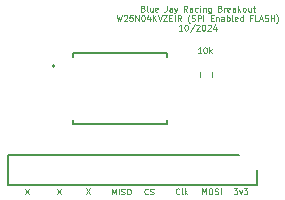
<source format=gbr>
%TF.GenerationSoftware,KiCad,Pcbnew,7.0.8*%
%TF.CreationDate,2024-10-01T11:28:58-04:00*%
%TF.ProjectId,SPIBreakout,53504942-7265-4616-9b6f-75742e6b6963,rev?*%
%TF.SameCoordinates,Original*%
%TF.FileFunction,Legend,Top*%
%TF.FilePolarity,Positive*%
%FSLAX46Y46*%
G04 Gerber Fmt 4.6, Leading zero omitted, Abs format (unit mm)*
G04 Created by KiCad (PCBNEW 7.0.8) date 2024-10-01 11:28:58*
%MOMM*%
%LPD*%
G01*
G04 APERTURE LIST*
%ADD10C,0.125000*%
%ADD11C,0.200000*%
%ADD12C,0.127000*%
%ADD13C,0.120000*%
G04 APERTURE END LIST*
D10*
X120050954Y-53997904D02*
X120122382Y-54021714D01*
X120122382Y-54021714D02*
X120146192Y-54045523D01*
X120146192Y-54045523D02*
X120170001Y-54093142D01*
X120170001Y-54093142D02*
X120170001Y-54164571D01*
X120170001Y-54164571D02*
X120146192Y-54212190D01*
X120146192Y-54212190D02*
X120122382Y-54236000D01*
X120122382Y-54236000D02*
X120074763Y-54259809D01*
X120074763Y-54259809D02*
X119884287Y-54259809D01*
X119884287Y-54259809D02*
X119884287Y-53759809D01*
X119884287Y-53759809D02*
X120050954Y-53759809D01*
X120050954Y-53759809D02*
X120098573Y-53783619D01*
X120098573Y-53783619D02*
X120122382Y-53807428D01*
X120122382Y-53807428D02*
X120146192Y-53855047D01*
X120146192Y-53855047D02*
X120146192Y-53902666D01*
X120146192Y-53902666D02*
X120122382Y-53950285D01*
X120122382Y-53950285D02*
X120098573Y-53974095D01*
X120098573Y-53974095D02*
X120050954Y-53997904D01*
X120050954Y-53997904D02*
X119884287Y-53997904D01*
X120455716Y-54259809D02*
X120408097Y-54236000D01*
X120408097Y-54236000D02*
X120384287Y-54188380D01*
X120384287Y-54188380D02*
X120384287Y-53759809D01*
X120860478Y-53926476D02*
X120860478Y-54259809D01*
X120646192Y-53926476D02*
X120646192Y-54188380D01*
X120646192Y-54188380D02*
X120670002Y-54236000D01*
X120670002Y-54236000D02*
X120717621Y-54259809D01*
X120717621Y-54259809D02*
X120789049Y-54259809D01*
X120789049Y-54259809D02*
X120836668Y-54236000D01*
X120836668Y-54236000D02*
X120860478Y-54212190D01*
X121289049Y-54236000D02*
X121241430Y-54259809D01*
X121241430Y-54259809D02*
X121146192Y-54259809D01*
X121146192Y-54259809D02*
X121098573Y-54236000D01*
X121098573Y-54236000D02*
X121074764Y-54188380D01*
X121074764Y-54188380D02*
X121074764Y-53997904D01*
X121074764Y-53997904D02*
X121098573Y-53950285D01*
X121098573Y-53950285D02*
X121146192Y-53926476D01*
X121146192Y-53926476D02*
X121241430Y-53926476D01*
X121241430Y-53926476D02*
X121289049Y-53950285D01*
X121289049Y-53950285D02*
X121312859Y-53997904D01*
X121312859Y-53997904D02*
X121312859Y-54045523D01*
X121312859Y-54045523D02*
X121074764Y-54093142D01*
X122050953Y-53759809D02*
X122050953Y-54116952D01*
X122050953Y-54116952D02*
X122027144Y-54188380D01*
X122027144Y-54188380D02*
X121979525Y-54236000D01*
X121979525Y-54236000D02*
X121908096Y-54259809D01*
X121908096Y-54259809D02*
X121860477Y-54259809D01*
X122503334Y-54259809D02*
X122503334Y-53997904D01*
X122503334Y-53997904D02*
X122479524Y-53950285D01*
X122479524Y-53950285D02*
X122431905Y-53926476D01*
X122431905Y-53926476D02*
X122336667Y-53926476D01*
X122336667Y-53926476D02*
X122289048Y-53950285D01*
X122503334Y-54236000D02*
X122455715Y-54259809D01*
X122455715Y-54259809D02*
X122336667Y-54259809D01*
X122336667Y-54259809D02*
X122289048Y-54236000D01*
X122289048Y-54236000D02*
X122265239Y-54188380D01*
X122265239Y-54188380D02*
X122265239Y-54140761D01*
X122265239Y-54140761D02*
X122289048Y-54093142D01*
X122289048Y-54093142D02*
X122336667Y-54069333D01*
X122336667Y-54069333D02*
X122455715Y-54069333D01*
X122455715Y-54069333D02*
X122503334Y-54045523D01*
X122693810Y-53926476D02*
X122812858Y-54259809D01*
X122931905Y-53926476D02*
X122812858Y-54259809D01*
X122812858Y-54259809D02*
X122765239Y-54378857D01*
X122765239Y-54378857D02*
X122741429Y-54402666D01*
X122741429Y-54402666D02*
X122693810Y-54426476D01*
X123789047Y-54259809D02*
X123622381Y-54021714D01*
X123503333Y-54259809D02*
X123503333Y-53759809D01*
X123503333Y-53759809D02*
X123693809Y-53759809D01*
X123693809Y-53759809D02*
X123741428Y-53783619D01*
X123741428Y-53783619D02*
X123765238Y-53807428D01*
X123765238Y-53807428D02*
X123789047Y-53855047D01*
X123789047Y-53855047D02*
X123789047Y-53926476D01*
X123789047Y-53926476D02*
X123765238Y-53974095D01*
X123765238Y-53974095D02*
X123741428Y-53997904D01*
X123741428Y-53997904D02*
X123693809Y-54021714D01*
X123693809Y-54021714D02*
X123503333Y-54021714D01*
X124217619Y-54259809D02*
X124217619Y-53997904D01*
X124217619Y-53997904D02*
X124193809Y-53950285D01*
X124193809Y-53950285D02*
X124146190Y-53926476D01*
X124146190Y-53926476D02*
X124050952Y-53926476D01*
X124050952Y-53926476D02*
X124003333Y-53950285D01*
X124217619Y-54236000D02*
X124170000Y-54259809D01*
X124170000Y-54259809D02*
X124050952Y-54259809D01*
X124050952Y-54259809D02*
X124003333Y-54236000D01*
X124003333Y-54236000D02*
X123979524Y-54188380D01*
X123979524Y-54188380D02*
X123979524Y-54140761D01*
X123979524Y-54140761D02*
X124003333Y-54093142D01*
X124003333Y-54093142D02*
X124050952Y-54069333D01*
X124050952Y-54069333D02*
X124170000Y-54069333D01*
X124170000Y-54069333D02*
X124217619Y-54045523D01*
X124670000Y-54236000D02*
X124622381Y-54259809D01*
X124622381Y-54259809D02*
X124527143Y-54259809D01*
X124527143Y-54259809D02*
X124479524Y-54236000D01*
X124479524Y-54236000D02*
X124455714Y-54212190D01*
X124455714Y-54212190D02*
X124431905Y-54164571D01*
X124431905Y-54164571D02*
X124431905Y-54021714D01*
X124431905Y-54021714D02*
X124455714Y-53974095D01*
X124455714Y-53974095D02*
X124479524Y-53950285D01*
X124479524Y-53950285D02*
X124527143Y-53926476D01*
X124527143Y-53926476D02*
X124622381Y-53926476D01*
X124622381Y-53926476D02*
X124670000Y-53950285D01*
X124884285Y-54259809D02*
X124884285Y-53926476D01*
X124884285Y-53759809D02*
X124860476Y-53783619D01*
X124860476Y-53783619D02*
X124884285Y-53807428D01*
X124884285Y-53807428D02*
X124908095Y-53783619D01*
X124908095Y-53783619D02*
X124884285Y-53759809D01*
X124884285Y-53759809D02*
X124884285Y-53807428D01*
X125122380Y-53926476D02*
X125122380Y-54259809D01*
X125122380Y-53974095D02*
X125146190Y-53950285D01*
X125146190Y-53950285D02*
X125193809Y-53926476D01*
X125193809Y-53926476D02*
X125265237Y-53926476D01*
X125265237Y-53926476D02*
X125312856Y-53950285D01*
X125312856Y-53950285D02*
X125336666Y-53997904D01*
X125336666Y-53997904D02*
X125336666Y-54259809D01*
X125789047Y-53926476D02*
X125789047Y-54331238D01*
X125789047Y-54331238D02*
X125765237Y-54378857D01*
X125765237Y-54378857D02*
X125741428Y-54402666D01*
X125741428Y-54402666D02*
X125693809Y-54426476D01*
X125693809Y-54426476D02*
X125622380Y-54426476D01*
X125622380Y-54426476D02*
X125574761Y-54402666D01*
X125789047Y-54236000D02*
X125741428Y-54259809D01*
X125741428Y-54259809D02*
X125646190Y-54259809D01*
X125646190Y-54259809D02*
X125598571Y-54236000D01*
X125598571Y-54236000D02*
X125574761Y-54212190D01*
X125574761Y-54212190D02*
X125550952Y-54164571D01*
X125550952Y-54164571D02*
X125550952Y-54021714D01*
X125550952Y-54021714D02*
X125574761Y-53974095D01*
X125574761Y-53974095D02*
X125598571Y-53950285D01*
X125598571Y-53950285D02*
X125646190Y-53926476D01*
X125646190Y-53926476D02*
X125741428Y-53926476D01*
X125741428Y-53926476D02*
X125789047Y-53950285D01*
X126574761Y-53997904D02*
X126646189Y-54021714D01*
X126646189Y-54021714D02*
X126669999Y-54045523D01*
X126669999Y-54045523D02*
X126693808Y-54093142D01*
X126693808Y-54093142D02*
X126693808Y-54164571D01*
X126693808Y-54164571D02*
X126669999Y-54212190D01*
X126669999Y-54212190D02*
X126646189Y-54236000D01*
X126646189Y-54236000D02*
X126598570Y-54259809D01*
X126598570Y-54259809D02*
X126408094Y-54259809D01*
X126408094Y-54259809D02*
X126408094Y-53759809D01*
X126408094Y-53759809D02*
X126574761Y-53759809D01*
X126574761Y-53759809D02*
X126622380Y-53783619D01*
X126622380Y-53783619D02*
X126646189Y-53807428D01*
X126646189Y-53807428D02*
X126669999Y-53855047D01*
X126669999Y-53855047D02*
X126669999Y-53902666D01*
X126669999Y-53902666D02*
X126646189Y-53950285D01*
X126646189Y-53950285D02*
X126622380Y-53974095D01*
X126622380Y-53974095D02*
X126574761Y-53997904D01*
X126574761Y-53997904D02*
X126408094Y-53997904D01*
X126908094Y-54259809D02*
X126908094Y-53926476D01*
X126908094Y-54021714D02*
X126931904Y-53974095D01*
X126931904Y-53974095D02*
X126955713Y-53950285D01*
X126955713Y-53950285D02*
X127003332Y-53926476D01*
X127003332Y-53926476D02*
X127050951Y-53926476D01*
X127408094Y-54236000D02*
X127360475Y-54259809D01*
X127360475Y-54259809D02*
X127265237Y-54259809D01*
X127265237Y-54259809D02*
X127217618Y-54236000D01*
X127217618Y-54236000D02*
X127193809Y-54188380D01*
X127193809Y-54188380D02*
X127193809Y-53997904D01*
X127193809Y-53997904D02*
X127217618Y-53950285D01*
X127217618Y-53950285D02*
X127265237Y-53926476D01*
X127265237Y-53926476D02*
X127360475Y-53926476D01*
X127360475Y-53926476D02*
X127408094Y-53950285D01*
X127408094Y-53950285D02*
X127431904Y-53997904D01*
X127431904Y-53997904D02*
X127431904Y-54045523D01*
X127431904Y-54045523D02*
X127193809Y-54093142D01*
X127860475Y-54259809D02*
X127860475Y-53997904D01*
X127860475Y-53997904D02*
X127836665Y-53950285D01*
X127836665Y-53950285D02*
X127789046Y-53926476D01*
X127789046Y-53926476D02*
X127693808Y-53926476D01*
X127693808Y-53926476D02*
X127646189Y-53950285D01*
X127860475Y-54236000D02*
X127812856Y-54259809D01*
X127812856Y-54259809D02*
X127693808Y-54259809D01*
X127693808Y-54259809D02*
X127646189Y-54236000D01*
X127646189Y-54236000D02*
X127622380Y-54188380D01*
X127622380Y-54188380D02*
X127622380Y-54140761D01*
X127622380Y-54140761D02*
X127646189Y-54093142D01*
X127646189Y-54093142D02*
X127693808Y-54069333D01*
X127693808Y-54069333D02*
X127812856Y-54069333D01*
X127812856Y-54069333D02*
X127860475Y-54045523D01*
X128098570Y-54259809D02*
X128098570Y-53759809D01*
X128146189Y-54069333D02*
X128289046Y-54259809D01*
X128289046Y-53926476D02*
X128098570Y-54116952D01*
X128574761Y-54259809D02*
X128527142Y-54236000D01*
X128527142Y-54236000D02*
X128503332Y-54212190D01*
X128503332Y-54212190D02*
X128479523Y-54164571D01*
X128479523Y-54164571D02*
X128479523Y-54021714D01*
X128479523Y-54021714D02*
X128503332Y-53974095D01*
X128503332Y-53974095D02*
X128527142Y-53950285D01*
X128527142Y-53950285D02*
X128574761Y-53926476D01*
X128574761Y-53926476D02*
X128646189Y-53926476D01*
X128646189Y-53926476D02*
X128693808Y-53950285D01*
X128693808Y-53950285D02*
X128717618Y-53974095D01*
X128717618Y-53974095D02*
X128741427Y-54021714D01*
X128741427Y-54021714D02*
X128741427Y-54164571D01*
X128741427Y-54164571D02*
X128717618Y-54212190D01*
X128717618Y-54212190D02*
X128693808Y-54236000D01*
X128693808Y-54236000D02*
X128646189Y-54259809D01*
X128646189Y-54259809D02*
X128574761Y-54259809D01*
X129169999Y-53926476D02*
X129169999Y-54259809D01*
X128955713Y-53926476D02*
X128955713Y-54188380D01*
X128955713Y-54188380D02*
X128979523Y-54236000D01*
X128979523Y-54236000D02*
X129027142Y-54259809D01*
X129027142Y-54259809D02*
X129098570Y-54259809D01*
X129098570Y-54259809D02*
X129146189Y-54236000D01*
X129146189Y-54236000D02*
X129169999Y-54212190D01*
X129336666Y-53926476D02*
X129527142Y-53926476D01*
X129408094Y-53759809D02*
X129408094Y-54188380D01*
X129408094Y-54188380D02*
X129431904Y-54236000D01*
X129431904Y-54236000D02*
X129479523Y-54259809D01*
X129479523Y-54259809D02*
X129527142Y-54259809D01*
X117824764Y-54564809D02*
X117943812Y-55064809D01*
X117943812Y-55064809D02*
X118039050Y-54707666D01*
X118039050Y-54707666D02*
X118134288Y-55064809D01*
X118134288Y-55064809D02*
X118253336Y-54564809D01*
X118420003Y-54612428D02*
X118443812Y-54588619D01*
X118443812Y-54588619D02*
X118491431Y-54564809D01*
X118491431Y-54564809D02*
X118610479Y-54564809D01*
X118610479Y-54564809D02*
X118658098Y-54588619D01*
X118658098Y-54588619D02*
X118681907Y-54612428D01*
X118681907Y-54612428D02*
X118705717Y-54660047D01*
X118705717Y-54660047D02*
X118705717Y-54707666D01*
X118705717Y-54707666D02*
X118681907Y-54779095D01*
X118681907Y-54779095D02*
X118396193Y-55064809D01*
X118396193Y-55064809D02*
X118705717Y-55064809D01*
X119158097Y-54564809D02*
X118920002Y-54564809D01*
X118920002Y-54564809D02*
X118896193Y-54802904D01*
X118896193Y-54802904D02*
X118920002Y-54779095D01*
X118920002Y-54779095D02*
X118967621Y-54755285D01*
X118967621Y-54755285D02*
X119086669Y-54755285D01*
X119086669Y-54755285D02*
X119134288Y-54779095D01*
X119134288Y-54779095D02*
X119158097Y-54802904D01*
X119158097Y-54802904D02*
X119181907Y-54850523D01*
X119181907Y-54850523D02*
X119181907Y-54969571D01*
X119181907Y-54969571D02*
X119158097Y-55017190D01*
X119158097Y-55017190D02*
X119134288Y-55041000D01*
X119134288Y-55041000D02*
X119086669Y-55064809D01*
X119086669Y-55064809D02*
X118967621Y-55064809D01*
X118967621Y-55064809D02*
X118920002Y-55041000D01*
X118920002Y-55041000D02*
X118896193Y-55017190D01*
X119396192Y-55064809D02*
X119396192Y-54564809D01*
X119396192Y-54564809D02*
X119681906Y-55064809D01*
X119681906Y-55064809D02*
X119681906Y-54564809D01*
X120015240Y-54564809D02*
X120062859Y-54564809D01*
X120062859Y-54564809D02*
X120110478Y-54588619D01*
X120110478Y-54588619D02*
X120134288Y-54612428D01*
X120134288Y-54612428D02*
X120158097Y-54660047D01*
X120158097Y-54660047D02*
X120181907Y-54755285D01*
X120181907Y-54755285D02*
X120181907Y-54874333D01*
X120181907Y-54874333D02*
X120158097Y-54969571D01*
X120158097Y-54969571D02*
X120134288Y-55017190D01*
X120134288Y-55017190D02*
X120110478Y-55041000D01*
X120110478Y-55041000D02*
X120062859Y-55064809D01*
X120062859Y-55064809D02*
X120015240Y-55064809D01*
X120015240Y-55064809D02*
X119967621Y-55041000D01*
X119967621Y-55041000D02*
X119943812Y-55017190D01*
X119943812Y-55017190D02*
X119920002Y-54969571D01*
X119920002Y-54969571D02*
X119896193Y-54874333D01*
X119896193Y-54874333D02*
X119896193Y-54755285D01*
X119896193Y-54755285D02*
X119920002Y-54660047D01*
X119920002Y-54660047D02*
X119943812Y-54612428D01*
X119943812Y-54612428D02*
X119967621Y-54588619D01*
X119967621Y-54588619D02*
X120015240Y-54564809D01*
X120610478Y-54731476D02*
X120610478Y-55064809D01*
X120491430Y-54541000D02*
X120372383Y-54898142D01*
X120372383Y-54898142D02*
X120681906Y-54898142D01*
X120872382Y-55064809D02*
X120872382Y-54564809D01*
X121158096Y-55064809D02*
X120943811Y-54779095D01*
X121158096Y-54564809D02*
X120872382Y-54850523D01*
X121300954Y-54564809D02*
X121467620Y-55064809D01*
X121467620Y-55064809D02*
X121634287Y-54564809D01*
X121753334Y-54564809D02*
X122086667Y-54564809D01*
X122086667Y-54564809D02*
X121753334Y-55064809D01*
X121753334Y-55064809D02*
X122086667Y-55064809D01*
X122277143Y-54802904D02*
X122443810Y-54802904D01*
X122515238Y-55064809D02*
X122277143Y-55064809D01*
X122277143Y-55064809D02*
X122277143Y-54564809D01*
X122277143Y-54564809D02*
X122515238Y-54564809D01*
X122729524Y-55064809D02*
X122729524Y-54564809D01*
X123253333Y-55064809D02*
X123086667Y-54826714D01*
X122967619Y-55064809D02*
X122967619Y-54564809D01*
X122967619Y-54564809D02*
X123158095Y-54564809D01*
X123158095Y-54564809D02*
X123205714Y-54588619D01*
X123205714Y-54588619D02*
X123229524Y-54612428D01*
X123229524Y-54612428D02*
X123253333Y-54660047D01*
X123253333Y-54660047D02*
X123253333Y-54731476D01*
X123253333Y-54731476D02*
X123229524Y-54779095D01*
X123229524Y-54779095D02*
X123205714Y-54802904D01*
X123205714Y-54802904D02*
X123158095Y-54826714D01*
X123158095Y-54826714D02*
X122967619Y-54826714D01*
X123991428Y-55255285D02*
X123967619Y-55231476D01*
X123967619Y-55231476D02*
X123920000Y-55160047D01*
X123920000Y-55160047D02*
X123896190Y-55112428D01*
X123896190Y-55112428D02*
X123872381Y-55041000D01*
X123872381Y-55041000D02*
X123848571Y-54921952D01*
X123848571Y-54921952D02*
X123848571Y-54826714D01*
X123848571Y-54826714D02*
X123872381Y-54707666D01*
X123872381Y-54707666D02*
X123896190Y-54636238D01*
X123896190Y-54636238D02*
X123920000Y-54588619D01*
X123920000Y-54588619D02*
X123967619Y-54517190D01*
X123967619Y-54517190D02*
X123991428Y-54493380D01*
X124158095Y-55041000D02*
X124229523Y-55064809D01*
X124229523Y-55064809D02*
X124348571Y-55064809D01*
X124348571Y-55064809D02*
X124396190Y-55041000D01*
X124396190Y-55041000D02*
X124419999Y-55017190D01*
X124419999Y-55017190D02*
X124443809Y-54969571D01*
X124443809Y-54969571D02*
X124443809Y-54921952D01*
X124443809Y-54921952D02*
X124419999Y-54874333D01*
X124419999Y-54874333D02*
X124396190Y-54850523D01*
X124396190Y-54850523D02*
X124348571Y-54826714D01*
X124348571Y-54826714D02*
X124253333Y-54802904D01*
X124253333Y-54802904D02*
X124205714Y-54779095D01*
X124205714Y-54779095D02*
X124181904Y-54755285D01*
X124181904Y-54755285D02*
X124158095Y-54707666D01*
X124158095Y-54707666D02*
X124158095Y-54660047D01*
X124158095Y-54660047D02*
X124181904Y-54612428D01*
X124181904Y-54612428D02*
X124205714Y-54588619D01*
X124205714Y-54588619D02*
X124253333Y-54564809D01*
X124253333Y-54564809D02*
X124372380Y-54564809D01*
X124372380Y-54564809D02*
X124443809Y-54588619D01*
X124658094Y-55064809D02*
X124658094Y-54564809D01*
X124658094Y-54564809D02*
X124848570Y-54564809D01*
X124848570Y-54564809D02*
X124896189Y-54588619D01*
X124896189Y-54588619D02*
X124919999Y-54612428D01*
X124919999Y-54612428D02*
X124943808Y-54660047D01*
X124943808Y-54660047D02*
X124943808Y-54731476D01*
X124943808Y-54731476D02*
X124919999Y-54779095D01*
X124919999Y-54779095D02*
X124896189Y-54802904D01*
X124896189Y-54802904D02*
X124848570Y-54826714D01*
X124848570Y-54826714D02*
X124658094Y-54826714D01*
X125158094Y-55064809D02*
X125158094Y-54564809D01*
X125777141Y-54802904D02*
X125943808Y-54802904D01*
X126015236Y-55064809D02*
X125777141Y-55064809D01*
X125777141Y-55064809D02*
X125777141Y-54564809D01*
X125777141Y-54564809D02*
X126015236Y-54564809D01*
X126229522Y-54731476D02*
X126229522Y-55064809D01*
X126229522Y-54779095D02*
X126253332Y-54755285D01*
X126253332Y-54755285D02*
X126300951Y-54731476D01*
X126300951Y-54731476D02*
X126372379Y-54731476D01*
X126372379Y-54731476D02*
X126419998Y-54755285D01*
X126419998Y-54755285D02*
X126443808Y-54802904D01*
X126443808Y-54802904D02*
X126443808Y-55064809D01*
X126896189Y-55064809D02*
X126896189Y-54802904D01*
X126896189Y-54802904D02*
X126872379Y-54755285D01*
X126872379Y-54755285D02*
X126824760Y-54731476D01*
X126824760Y-54731476D02*
X126729522Y-54731476D01*
X126729522Y-54731476D02*
X126681903Y-54755285D01*
X126896189Y-55041000D02*
X126848570Y-55064809D01*
X126848570Y-55064809D02*
X126729522Y-55064809D01*
X126729522Y-55064809D02*
X126681903Y-55041000D01*
X126681903Y-55041000D02*
X126658094Y-54993380D01*
X126658094Y-54993380D02*
X126658094Y-54945761D01*
X126658094Y-54945761D02*
X126681903Y-54898142D01*
X126681903Y-54898142D02*
X126729522Y-54874333D01*
X126729522Y-54874333D02*
X126848570Y-54874333D01*
X126848570Y-54874333D02*
X126896189Y-54850523D01*
X127134284Y-55064809D02*
X127134284Y-54564809D01*
X127134284Y-54755285D02*
X127181903Y-54731476D01*
X127181903Y-54731476D02*
X127277141Y-54731476D01*
X127277141Y-54731476D02*
X127324760Y-54755285D01*
X127324760Y-54755285D02*
X127348570Y-54779095D01*
X127348570Y-54779095D02*
X127372379Y-54826714D01*
X127372379Y-54826714D02*
X127372379Y-54969571D01*
X127372379Y-54969571D02*
X127348570Y-55017190D01*
X127348570Y-55017190D02*
X127324760Y-55041000D01*
X127324760Y-55041000D02*
X127277141Y-55064809D01*
X127277141Y-55064809D02*
X127181903Y-55064809D01*
X127181903Y-55064809D02*
X127134284Y-55041000D01*
X127658094Y-55064809D02*
X127610475Y-55041000D01*
X127610475Y-55041000D02*
X127586665Y-54993380D01*
X127586665Y-54993380D02*
X127586665Y-54564809D01*
X128039046Y-55041000D02*
X127991427Y-55064809D01*
X127991427Y-55064809D02*
X127896189Y-55064809D01*
X127896189Y-55064809D02*
X127848570Y-55041000D01*
X127848570Y-55041000D02*
X127824761Y-54993380D01*
X127824761Y-54993380D02*
X127824761Y-54802904D01*
X127824761Y-54802904D02*
X127848570Y-54755285D01*
X127848570Y-54755285D02*
X127896189Y-54731476D01*
X127896189Y-54731476D02*
X127991427Y-54731476D01*
X127991427Y-54731476D02*
X128039046Y-54755285D01*
X128039046Y-54755285D02*
X128062856Y-54802904D01*
X128062856Y-54802904D02*
X128062856Y-54850523D01*
X128062856Y-54850523D02*
X127824761Y-54898142D01*
X128491427Y-55064809D02*
X128491427Y-54564809D01*
X128491427Y-55041000D02*
X128443808Y-55064809D01*
X128443808Y-55064809D02*
X128348570Y-55064809D01*
X128348570Y-55064809D02*
X128300951Y-55041000D01*
X128300951Y-55041000D02*
X128277141Y-55017190D01*
X128277141Y-55017190D02*
X128253332Y-54969571D01*
X128253332Y-54969571D02*
X128253332Y-54826714D01*
X128253332Y-54826714D02*
X128277141Y-54779095D01*
X128277141Y-54779095D02*
X128300951Y-54755285D01*
X128300951Y-54755285D02*
X128348570Y-54731476D01*
X128348570Y-54731476D02*
X128443808Y-54731476D01*
X128443808Y-54731476D02*
X128491427Y-54755285D01*
X129277141Y-54802904D02*
X129110474Y-54802904D01*
X129110474Y-55064809D02*
X129110474Y-54564809D01*
X129110474Y-54564809D02*
X129348569Y-54564809D01*
X129777140Y-55064809D02*
X129539045Y-55064809D01*
X129539045Y-55064809D02*
X129539045Y-54564809D01*
X129919998Y-54921952D02*
X130158093Y-54921952D01*
X129872379Y-55064809D02*
X130039045Y-54564809D01*
X130039045Y-54564809D02*
X130205712Y-55064809D01*
X130348569Y-55041000D02*
X130419997Y-55064809D01*
X130419997Y-55064809D02*
X130539045Y-55064809D01*
X130539045Y-55064809D02*
X130586664Y-55041000D01*
X130586664Y-55041000D02*
X130610473Y-55017190D01*
X130610473Y-55017190D02*
X130634283Y-54969571D01*
X130634283Y-54969571D02*
X130634283Y-54921952D01*
X130634283Y-54921952D02*
X130610473Y-54874333D01*
X130610473Y-54874333D02*
X130586664Y-54850523D01*
X130586664Y-54850523D02*
X130539045Y-54826714D01*
X130539045Y-54826714D02*
X130443807Y-54802904D01*
X130443807Y-54802904D02*
X130396188Y-54779095D01*
X130396188Y-54779095D02*
X130372378Y-54755285D01*
X130372378Y-54755285D02*
X130348569Y-54707666D01*
X130348569Y-54707666D02*
X130348569Y-54660047D01*
X130348569Y-54660047D02*
X130372378Y-54612428D01*
X130372378Y-54612428D02*
X130396188Y-54588619D01*
X130396188Y-54588619D02*
X130443807Y-54564809D01*
X130443807Y-54564809D02*
X130562854Y-54564809D01*
X130562854Y-54564809D02*
X130634283Y-54588619D01*
X130848568Y-55064809D02*
X130848568Y-54564809D01*
X130848568Y-54802904D02*
X131134282Y-54802904D01*
X131134282Y-55064809D02*
X131134282Y-54564809D01*
X131324759Y-55255285D02*
X131348569Y-55231476D01*
X131348569Y-55231476D02*
X131396188Y-55160047D01*
X131396188Y-55160047D02*
X131419997Y-55112428D01*
X131419997Y-55112428D02*
X131443807Y-55041000D01*
X131443807Y-55041000D02*
X131467616Y-54921952D01*
X131467616Y-54921952D02*
X131467616Y-54826714D01*
X131467616Y-54826714D02*
X131443807Y-54707666D01*
X131443807Y-54707666D02*
X131419997Y-54636238D01*
X131419997Y-54636238D02*
X131396188Y-54588619D01*
X131396188Y-54588619D02*
X131348569Y-54517190D01*
X131348569Y-54517190D02*
X131324759Y-54493380D01*
X123360477Y-55869809D02*
X123074763Y-55869809D01*
X123217620Y-55869809D02*
X123217620Y-55369809D01*
X123217620Y-55369809D02*
X123170001Y-55441238D01*
X123170001Y-55441238D02*
X123122382Y-55488857D01*
X123122382Y-55488857D02*
X123074763Y-55512666D01*
X123670000Y-55369809D02*
X123717619Y-55369809D01*
X123717619Y-55369809D02*
X123765238Y-55393619D01*
X123765238Y-55393619D02*
X123789048Y-55417428D01*
X123789048Y-55417428D02*
X123812857Y-55465047D01*
X123812857Y-55465047D02*
X123836667Y-55560285D01*
X123836667Y-55560285D02*
X123836667Y-55679333D01*
X123836667Y-55679333D02*
X123812857Y-55774571D01*
X123812857Y-55774571D02*
X123789048Y-55822190D01*
X123789048Y-55822190D02*
X123765238Y-55846000D01*
X123765238Y-55846000D02*
X123717619Y-55869809D01*
X123717619Y-55869809D02*
X123670000Y-55869809D01*
X123670000Y-55869809D02*
X123622381Y-55846000D01*
X123622381Y-55846000D02*
X123598572Y-55822190D01*
X123598572Y-55822190D02*
X123574762Y-55774571D01*
X123574762Y-55774571D02*
X123550953Y-55679333D01*
X123550953Y-55679333D02*
X123550953Y-55560285D01*
X123550953Y-55560285D02*
X123574762Y-55465047D01*
X123574762Y-55465047D02*
X123598572Y-55417428D01*
X123598572Y-55417428D02*
X123622381Y-55393619D01*
X123622381Y-55393619D02*
X123670000Y-55369809D01*
X124408095Y-55346000D02*
X123979524Y-55988857D01*
X124550953Y-55417428D02*
X124574762Y-55393619D01*
X124574762Y-55393619D02*
X124622381Y-55369809D01*
X124622381Y-55369809D02*
X124741429Y-55369809D01*
X124741429Y-55369809D02*
X124789048Y-55393619D01*
X124789048Y-55393619D02*
X124812857Y-55417428D01*
X124812857Y-55417428D02*
X124836667Y-55465047D01*
X124836667Y-55465047D02*
X124836667Y-55512666D01*
X124836667Y-55512666D02*
X124812857Y-55584095D01*
X124812857Y-55584095D02*
X124527143Y-55869809D01*
X124527143Y-55869809D02*
X124836667Y-55869809D01*
X125146190Y-55369809D02*
X125193809Y-55369809D01*
X125193809Y-55369809D02*
X125241428Y-55393619D01*
X125241428Y-55393619D02*
X125265238Y-55417428D01*
X125265238Y-55417428D02*
X125289047Y-55465047D01*
X125289047Y-55465047D02*
X125312857Y-55560285D01*
X125312857Y-55560285D02*
X125312857Y-55679333D01*
X125312857Y-55679333D02*
X125289047Y-55774571D01*
X125289047Y-55774571D02*
X125265238Y-55822190D01*
X125265238Y-55822190D02*
X125241428Y-55846000D01*
X125241428Y-55846000D02*
X125193809Y-55869809D01*
X125193809Y-55869809D02*
X125146190Y-55869809D01*
X125146190Y-55869809D02*
X125098571Y-55846000D01*
X125098571Y-55846000D02*
X125074762Y-55822190D01*
X125074762Y-55822190D02*
X125050952Y-55774571D01*
X125050952Y-55774571D02*
X125027143Y-55679333D01*
X125027143Y-55679333D02*
X125027143Y-55560285D01*
X125027143Y-55560285D02*
X125050952Y-55465047D01*
X125050952Y-55465047D02*
X125074762Y-55417428D01*
X125074762Y-55417428D02*
X125098571Y-55393619D01*
X125098571Y-55393619D02*
X125146190Y-55369809D01*
X125503333Y-55417428D02*
X125527142Y-55393619D01*
X125527142Y-55393619D02*
X125574761Y-55369809D01*
X125574761Y-55369809D02*
X125693809Y-55369809D01*
X125693809Y-55369809D02*
X125741428Y-55393619D01*
X125741428Y-55393619D02*
X125765237Y-55417428D01*
X125765237Y-55417428D02*
X125789047Y-55465047D01*
X125789047Y-55465047D02*
X125789047Y-55512666D01*
X125789047Y-55512666D02*
X125765237Y-55584095D01*
X125765237Y-55584095D02*
X125479523Y-55869809D01*
X125479523Y-55869809D02*
X125789047Y-55869809D01*
X126217618Y-55536476D02*
X126217618Y-55869809D01*
X126098570Y-55346000D02*
X125979523Y-55703142D01*
X125979523Y-55703142D02*
X126289046Y-55703142D01*
X110073664Y-69252309D02*
X110406997Y-69752309D01*
X110406997Y-69252309D02*
X110073664Y-69752309D01*
X112763664Y-69252309D02*
X113096997Y-69752309D01*
X113096997Y-69252309D02*
X112763664Y-69752309D01*
X115213664Y-69222309D02*
X115546997Y-69722309D01*
X115546997Y-69222309D02*
X115213664Y-69722309D01*
X117411283Y-69752309D02*
X117411283Y-69252309D01*
X117411283Y-69252309D02*
X117577950Y-69609452D01*
X117577950Y-69609452D02*
X117744616Y-69252309D01*
X117744616Y-69252309D02*
X117744616Y-69752309D01*
X117982712Y-69752309D02*
X117982712Y-69252309D01*
X118196998Y-69728500D02*
X118268426Y-69752309D01*
X118268426Y-69752309D02*
X118387474Y-69752309D01*
X118387474Y-69752309D02*
X118435093Y-69728500D01*
X118435093Y-69728500D02*
X118458902Y-69704690D01*
X118458902Y-69704690D02*
X118482712Y-69657071D01*
X118482712Y-69657071D02*
X118482712Y-69609452D01*
X118482712Y-69609452D02*
X118458902Y-69561833D01*
X118458902Y-69561833D02*
X118435093Y-69538023D01*
X118435093Y-69538023D02*
X118387474Y-69514214D01*
X118387474Y-69514214D02*
X118292236Y-69490404D01*
X118292236Y-69490404D02*
X118244617Y-69466595D01*
X118244617Y-69466595D02*
X118220807Y-69442785D01*
X118220807Y-69442785D02*
X118196998Y-69395166D01*
X118196998Y-69395166D02*
X118196998Y-69347547D01*
X118196998Y-69347547D02*
X118220807Y-69299928D01*
X118220807Y-69299928D02*
X118244617Y-69276119D01*
X118244617Y-69276119D02*
X118292236Y-69252309D01*
X118292236Y-69252309D02*
X118411283Y-69252309D01*
X118411283Y-69252309D02*
X118482712Y-69276119D01*
X118792235Y-69252309D02*
X118887473Y-69252309D01*
X118887473Y-69252309D02*
X118935092Y-69276119D01*
X118935092Y-69276119D02*
X118982711Y-69323738D01*
X118982711Y-69323738D02*
X119006521Y-69418976D01*
X119006521Y-69418976D02*
X119006521Y-69585642D01*
X119006521Y-69585642D02*
X118982711Y-69680880D01*
X118982711Y-69680880D02*
X118935092Y-69728500D01*
X118935092Y-69728500D02*
X118887473Y-69752309D01*
X118887473Y-69752309D02*
X118792235Y-69752309D01*
X118792235Y-69752309D02*
X118744616Y-69728500D01*
X118744616Y-69728500D02*
X118696997Y-69680880D01*
X118696997Y-69680880D02*
X118673188Y-69585642D01*
X118673188Y-69585642D02*
X118673188Y-69418976D01*
X118673188Y-69418976D02*
X118696997Y-69323738D01*
X118696997Y-69323738D02*
X118744616Y-69276119D01*
X118744616Y-69276119D02*
X118792235Y-69252309D01*
X120456997Y-69704690D02*
X120433188Y-69728500D01*
X120433188Y-69728500D02*
X120361759Y-69752309D01*
X120361759Y-69752309D02*
X120314140Y-69752309D01*
X120314140Y-69752309D02*
X120242712Y-69728500D01*
X120242712Y-69728500D02*
X120195093Y-69680880D01*
X120195093Y-69680880D02*
X120171283Y-69633261D01*
X120171283Y-69633261D02*
X120147474Y-69538023D01*
X120147474Y-69538023D02*
X120147474Y-69466595D01*
X120147474Y-69466595D02*
X120171283Y-69371357D01*
X120171283Y-69371357D02*
X120195093Y-69323738D01*
X120195093Y-69323738D02*
X120242712Y-69276119D01*
X120242712Y-69276119D02*
X120314140Y-69252309D01*
X120314140Y-69252309D02*
X120361759Y-69252309D01*
X120361759Y-69252309D02*
X120433188Y-69276119D01*
X120433188Y-69276119D02*
X120456997Y-69299928D01*
X120647474Y-69728500D02*
X120718902Y-69752309D01*
X120718902Y-69752309D02*
X120837950Y-69752309D01*
X120837950Y-69752309D02*
X120885569Y-69728500D01*
X120885569Y-69728500D02*
X120909378Y-69704690D01*
X120909378Y-69704690D02*
X120933188Y-69657071D01*
X120933188Y-69657071D02*
X120933188Y-69609452D01*
X120933188Y-69609452D02*
X120909378Y-69561833D01*
X120909378Y-69561833D02*
X120885569Y-69538023D01*
X120885569Y-69538023D02*
X120837950Y-69514214D01*
X120837950Y-69514214D02*
X120742712Y-69490404D01*
X120742712Y-69490404D02*
X120695093Y-69466595D01*
X120695093Y-69466595D02*
X120671283Y-69442785D01*
X120671283Y-69442785D02*
X120647474Y-69395166D01*
X120647474Y-69395166D02*
X120647474Y-69347547D01*
X120647474Y-69347547D02*
X120671283Y-69299928D01*
X120671283Y-69299928D02*
X120695093Y-69276119D01*
X120695093Y-69276119D02*
X120742712Y-69252309D01*
X120742712Y-69252309D02*
X120861759Y-69252309D01*
X120861759Y-69252309D02*
X120933188Y-69276119D01*
X123106997Y-69674690D02*
X123083188Y-69698500D01*
X123083188Y-69698500D02*
X123011759Y-69722309D01*
X123011759Y-69722309D02*
X122964140Y-69722309D01*
X122964140Y-69722309D02*
X122892712Y-69698500D01*
X122892712Y-69698500D02*
X122845093Y-69650880D01*
X122845093Y-69650880D02*
X122821283Y-69603261D01*
X122821283Y-69603261D02*
X122797474Y-69508023D01*
X122797474Y-69508023D02*
X122797474Y-69436595D01*
X122797474Y-69436595D02*
X122821283Y-69341357D01*
X122821283Y-69341357D02*
X122845093Y-69293738D01*
X122845093Y-69293738D02*
X122892712Y-69246119D01*
X122892712Y-69246119D02*
X122964140Y-69222309D01*
X122964140Y-69222309D02*
X123011759Y-69222309D01*
X123011759Y-69222309D02*
X123083188Y-69246119D01*
X123083188Y-69246119D02*
X123106997Y-69269928D01*
X123392712Y-69722309D02*
X123345093Y-69698500D01*
X123345093Y-69698500D02*
X123321283Y-69650880D01*
X123321283Y-69650880D02*
X123321283Y-69222309D01*
X123583188Y-69722309D02*
X123583188Y-69222309D01*
X123630807Y-69531833D02*
X123773664Y-69722309D01*
X123773664Y-69388976D02*
X123583188Y-69579452D01*
X125041283Y-69722309D02*
X125041283Y-69222309D01*
X125041283Y-69222309D02*
X125207950Y-69579452D01*
X125207950Y-69579452D02*
X125374616Y-69222309D01*
X125374616Y-69222309D02*
X125374616Y-69722309D01*
X125707950Y-69222309D02*
X125803188Y-69222309D01*
X125803188Y-69222309D02*
X125850807Y-69246119D01*
X125850807Y-69246119D02*
X125898426Y-69293738D01*
X125898426Y-69293738D02*
X125922236Y-69388976D01*
X125922236Y-69388976D02*
X125922236Y-69555642D01*
X125922236Y-69555642D02*
X125898426Y-69650880D01*
X125898426Y-69650880D02*
X125850807Y-69698500D01*
X125850807Y-69698500D02*
X125803188Y-69722309D01*
X125803188Y-69722309D02*
X125707950Y-69722309D01*
X125707950Y-69722309D02*
X125660331Y-69698500D01*
X125660331Y-69698500D02*
X125612712Y-69650880D01*
X125612712Y-69650880D02*
X125588903Y-69555642D01*
X125588903Y-69555642D02*
X125588903Y-69388976D01*
X125588903Y-69388976D02*
X125612712Y-69293738D01*
X125612712Y-69293738D02*
X125660331Y-69246119D01*
X125660331Y-69246119D02*
X125707950Y-69222309D01*
X126112713Y-69698500D02*
X126184141Y-69722309D01*
X126184141Y-69722309D02*
X126303189Y-69722309D01*
X126303189Y-69722309D02*
X126350808Y-69698500D01*
X126350808Y-69698500D02*
X126374617Y-69674690D01*
X126374617Y-69674690D02*
X126398427Y-69627071D01*
X126398427Y-69627071D02*
X126398427Y-69579452D01*
X126398427Y-69579452D02*
X126374617Y-69531833D01*
X126374617Y-69531833D02*
X126350808Y-69508023D01*
X126350808Y-69508023D02*
X126303189Y-69484214D01*
X126303189Y-69484214D02*
X126207951Y-69460404D01*
X126207951Y-69460404D02*
X126160332Y-69436595D01*
X126160332Y-69436595D02*
X126136522Y-69412785D01*
X126136522Y-69412785D02*
X126112713Y-69365166D01*
X126112713Y-69365166D02*
X126112713Y-69317547D01*
X126112713Y-69317547D02*
X126136522Y-69269928D01*
X126136522Y-69269928D02*
X126160332Y-69246119D01*
X126160332Y-69246119D02*
X126207951Y-69222309D01*
X126207951Y-69222309D02*
X126326998Y-69222309D01*
X126326998Y-69222309D02*
X126398427Y-69246119D01*
X126612712Y-69722309D02*
X126612712Y-69222309D01*
X127703664Y-69222309D02*
X128013188Y-69222309D01*
X128013188Y-69222309D02*
X127846521Y-69412785D01*
X127846521Y-69412785D02*
X127917950Y-69412785D01*
X127917950Y-69412785D02*
X127965569Y-69436595D01*
X127965569Y-69436595D02*
X127989378Y-69460404D01*
X127989378Y-69460404D02*
X128013188Y-69508023D01*
X128013188Y-69508023D02*
X128013188Y-69627071D01*
X128013188Y-69627071D02*
X127989378Y-69674690D01*
X127989378Y-69674690D02*
X127965569Y-69698500D01*
X127965569Y-69698500D02*
X127917950Y-69722309D01*
X127917950Y-69722309D02*
X127775093Y-69722309D01*
X127775093Y-69722309D02*
X127727474Y-69698500D01*
X127727474Y-69698500D02*
X127703664Y-69674690D01*
X128179854Y-69388976D02*
X128298902Y-69722309D01*
X128298902Y-69722309D02*
X128417949Y-69388976D01*
X128560806Y-69222309D02*
X128870330Y-69222309D01*
X128870330Y-69222309D02*
X128703663Y-69412785D01*
X128703663Y-69412785D02*
X128775092Y-69412785D01*
X128775092Y-69412785D02*
X128822711Y-69436595D01*
X128822711Y-69436595D02*
X128846520Y-69460404D01*
X128846520Y-69460404D02*
X128870330Y-69508023D01*
X128870330Y-69508023D02*
X128870330Y-69627071D01*
X128870330Y-69627071D02*
X128846520Y-69674690D01*
X128846520Y-69674690D02*
X128822711Y-69698500D01*
X128822711Y-69698500D02*
X128775092Y-69722309D01*
X128775092Y-69722309D02*
X128632235Y-69722309D01*
X128632235Y-69722309D02*
X128584616Y-69698500D01*
X128584616Y-69698500D02*
X128560806Y-69674690D01*
X124972381Y-57784809D02*
X124686667Y-57784809D01*
X124829524Y-57784809D02*
X124829524Y-57284809D01*
X124829524Y-57284809D02*
X124781905Y-57356238D01*
X124781905Y-57356238D02*
X124734286Y-57403857D01*
X124734286Y-57403857D02*
X124686667Y-57427666D01*
X125281904Y-57284809D02*
X125329523Y-57284809D01*
X125329523Y-57284809D02*
X125377142Y-57308619D01*
X125377142Y-57308619D02*
X125400952Y-57332428D01*
X125400952Y-57332428D02*
X125424761Y-57380047D01*
X125424761Y-57380047D02*
X125448571Y-57475285D01*
X125448571Y-57475285D02*
X125448571Y-57594333D01*
X125448571Y-57594333D02*
X125424761Y-57689571D01*
X125424761Y-57689571D02*
X125400952Y-57737190D01*
X125400952Y-57737190D02*
X125377142Y-57761000D01*
X125377142Y-57761000D02*
X125329523Y-57784809D01*
X125329523Y-57784809D02*
X125281904Y-57784809D01*
X125281904Y-57784809D02*
X125234285Y-57761000D01*
X125234285Y-57761000D02*
X125210476Y-57737190D01*
X125210476Y-57737190D02*
X125186666Y-57689571D01*
X125186666Y-57689571D02*
X125162857Y-57594333D01*
X125162857Y-57594333D02*
X125162857Y-57475285D01*
X125162857Y-57475285D02*
X125186666Y-57380047D01*
X125186666Y-57380047D02*
X125210476Y-57332428D01*
X125210476Y-57332428D02*
X125234285Y-57308619D01*
X125234285Y-57308619D02*
X125281904Y-57284809D01*
X125662856Y-57784809D02*
X125662856Y-57284809D01*
X125710475Y-57594333D02*
X125853332Y-57784809D01*
X125853332Y-57451476D02*
X125662856Y-57641952D01*
D11*
%TO.C,J1*%
X128160000Y-66450000D02*
X108610000Y-66450000D01*
X108610000Y-66450000D02*
X108610000Y-68950000D01*
X108610000Y-68950000D02*
X129680000Y-68950000D01*
X129680000Y-68950000D02*
X129680000Y-67700000D01*
D12*
%TO.C,F1*%
X122090000Y-57775000D02*
X122090000Y-58075000D01*
X122090000Y-63775000D02*
X122090000Y-63475000D01*
X114090000Y-58075000D02*
X114090000Y-57775000D01*
X114090000Y-63775000D02*
X114090000Y-63475000D01*
X114090000Y-57775000D02*
X122090000Y-57775000D01*
X122090000Y-63775000D02*
X114090000Y-63775000D01*
D11*
X112550000Y-58870000D02*
G75*
G03*
X112550000Y-58870000I-100000J0D01*
G01*
D13*
%TO.C,10k*%
X124837500Y-59352742D02*
X124837500Y-59827258D01*
X125882500Y-59352742D02*
X125882500Y-59827258D01*
%TD*%
M02*

</source>
